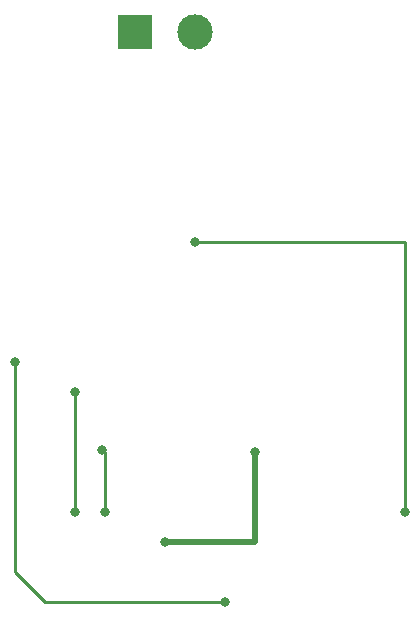
<source format=gbr>
%TF.GenerationSoftware,KiCad,Pcbnew,(6.0.10)*%
%TF.CreationDate,2023-02-17T09:18:58-08:00*%
%TF.ProjectId,PCB layout 2,50434220-6c61-4796-9f75-7420322e6b69,rev?*%
%TF.SameCoordinates,Original*%
%TF.FileFunction,Copper,L2,Bot*%
%TF.FilePolarity,Positive*%
%FSLAX46Y46*%
G04 Gerber Fmt 4.6, Leading zero omitted, Abs format (unit mm)*
G04 Created by KiCad (PCBNEW (6.0.10)) date 2023-02-17 09:18:58*
%MOMM*%
%LPD*%
G01*
G04 APERTURE LIST*
%TA.AperFunction,ComponentPad*%
%ADD10R,3.000000X3.000000*%
%TD*%
%TA.AperFunction,ComponentPad*%
%ADD11C,3.000000*%
%TD*%
%TA.AperFunction,ViaPad*%
%ADD12C,0.800000*%
%TD*%
%TA.AperFunction,Conductor*%
%ADD13C,0.254000*%
%TD*%
%TA.AperFunction,Conductor*%
%ADD14C,0.508000*%
%TD*%
G04 APERTURE END LIST*
D10*
%TO.P,J1,1,Pin_1*%
%TO.N,+9V*%
X137160000Y-40640000D03*
D11*
%TO.P,J1,2,Pin_2*%
%TO.N,GND*%
X142240000Y-40640000D03*
%TD*%
D12*
%TO.N,/pin_2*%
X127000000Y-68580000D03*
X127000000Y-68580000D03*
X144780000Y-88900000D03*
%TO.N,GND*%
X142240000Y-58420000D03*
X160020000Y-81280000D03*
%TO.N,Net-(C2-Pad1)*%
X132080000Y-81280000D03*
X132080000Y-81280000D03*
X132080000Y-71120000D03*
%TO.N,+9V*%
X139700000Y-83820000D03*
X147320000Y-76200000D03*
X147320000Y-76200000D03*
X139700000Y-83820000D03*
%TO.N,/pin_7*%
X134391192Y-75971192D03*
X134620000Y-81280000D03*
%TD*%
D13*
%TO.N,/pin_2*%
X127000000Y-68580000D02*
X127000000Y-86360000D01*
X129540000Y-88900000D02*
X144780000Y-88900000D01*
X127000000Y-86360000D02*
X129540000Y-88900000D01*
%TO.N,GND*%
X142240000Y-58420000D02*
X160020000Y-58420000D01*
X160020000Y-58420000D02*
X160020000Y-81280000D01*
%TO.N,Net-(C2-Pad1)*%
X132080000Y-81280000D02*
X132080000Y-71120000D01*
D14*
%TO.N,+9V*%
X147320000Y-76200000D02*
X147320000Y-83820000D01*
X147320000Y-83820000D02*
X139700000Y-83820000D01*
D13*
%TO.N,/pin_7*%
X134391192Y-75971192D02*
X134620000Y-76200000D01*
X134620000Y-76200000D02*
X134620000Y-81280000D01*
%TD*%
M02*

</source>
